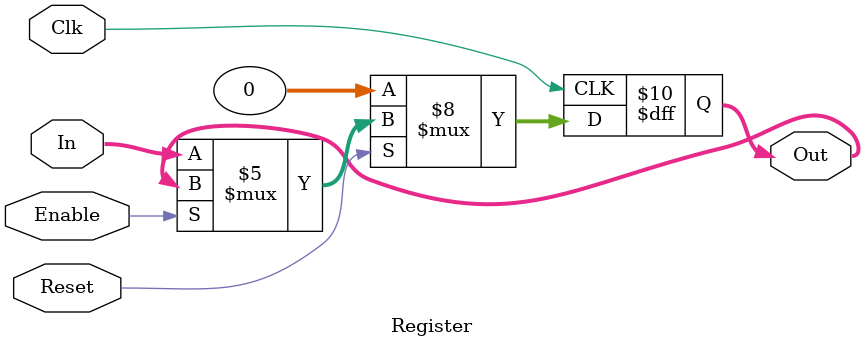
<source format=v>
module Register(In, Enable, Reset, Clk, Out);
    parameter n = 32;
    parameter INIT_VALUE = 0;
    input[n - 1: 0] In;
    input Enable, Reset, Clk;
    output reg [n - 1 : 0] Out;
    initial begin
        Out <= INIT_VALUE;
    end
    always @(posedge Clk) begin
        if (!Reset) begin
            Out <= 0;
        end
        else if (!Enable) begin
            Out <= In;
        end
    end
endmodule

</source>
